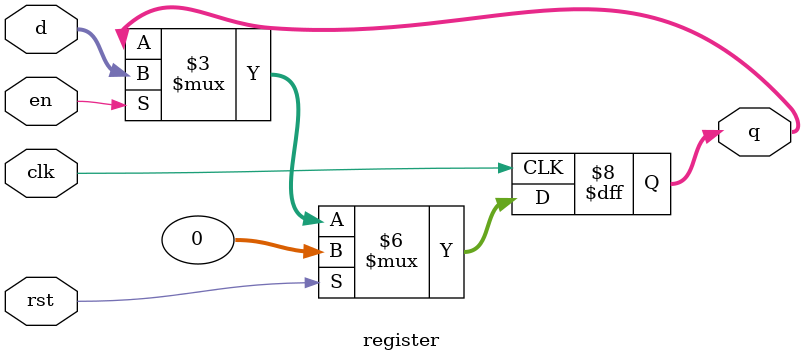
<source format=v>
module register 
	
		#(parameter BUS_WIDTH = 32)
		
		(
			input									rst,
			input									clk,
			input									en,
			input			[BUS_WIDTH-1:0]	d,
			output reg	[BUS_WIDTH-1:0]	q
		);
		
		initial begin q <= 0; end
		
		always @(negedge clk)
			if (rst)
				q <= 0;
			else
				if (en)
					q <= d;
	
endmodule
				
	
</source>
